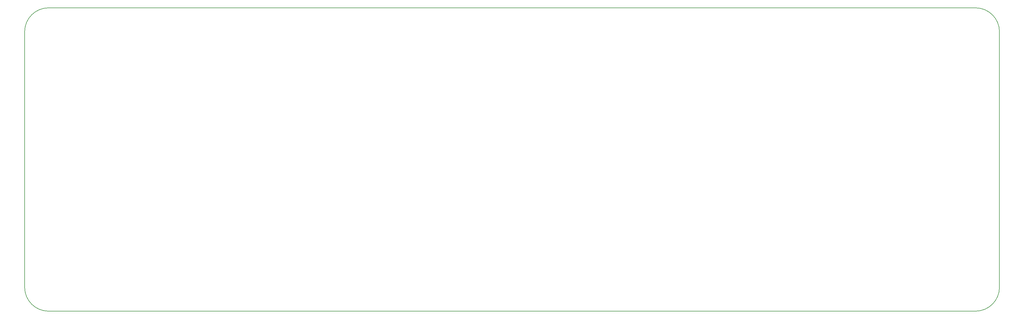
<source format=gm1>
G04 #@! TF.GenerationSoftware,KiCad,Pcbnew,(5.1.2)-1*
G04 #@! TF.CreationDate,2020-06-05T12:57:31-05:00*
G04 #@! TF.ProjectId,NightmarePCB fixed NKRO,4e696768-746d-4617-9265-504342206669,rev?*
G04 #@! TF.SameCoordinates,Original*
G04 #@! TF.FileFunction,Profile,NP*
%FSLAX46Y46*%
G04 Gerber Fmt 4.6, Leading zero omitted, Abs format (unit mm)*
G04 Created by KiCad (PCBNEW (5.1.2)-1) date 2020-06-05 12:57:31*
%MOMM*%
%LPD*%
G04 APERTURE LIST*
%ADD10C,0.150000*%
G04 APERTURE END LIST*
D10*
X170000000Y-177500000D02*
X170000000Y-97500000D01*
X177500000Y-185000000D02*
X467500000Y-185000000D01*
X177500000Y-90000000D02*
X467500000Y-90000000D01*
X475000000Y-97500000D02*
X475000000Y-177500000D01*
X475000000Y-177500000D02*
G75*
G02X467500000Y-185000000I-7500000J0D01*
G01*
X467500000Y-90000000D02*
G75*
G02X475000000Y-97500000I0J-7500000D01*
G01*
X170000000Y-97500000D02*
G75*
G02X177500000Y-90000000I7500000J0D01*
G01*
X177500000Y-185000000D02*
G75*
G02X170000000Y-177500000I0J7500000D01*
G01*
M02*

</source>
